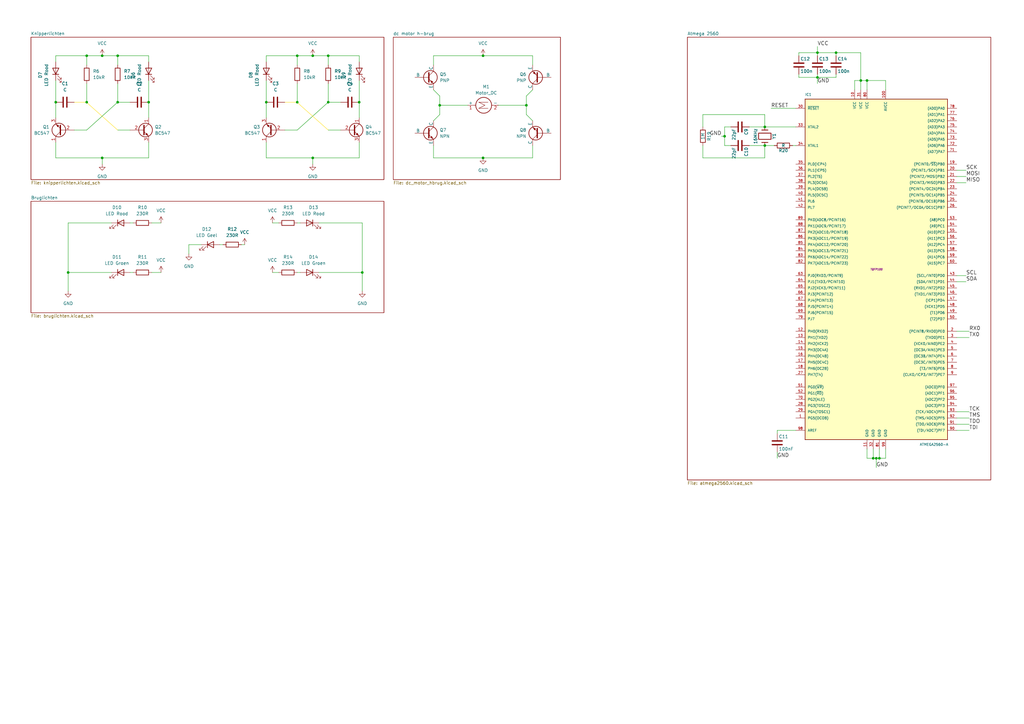
<source format=kicad_sch>
(kicad_sch (version 20230121) (generator eeschema)
  (paper "A3")
  (lib_symbols
    (symbol "Device:C" (pin_numbers hide) (pin_names (offset 0.254))
      (property "Reference" "C" (at 0.635 2.54 0))
      (property "Value" "C" (at 0.635 -2.54 0))
      (symbol "C_0_1"
        (polyline (pts (xy -2.032 -0.762) (xy 2.032 -0.762)) (stroke (width 0.508)))
        (polyline (pts (xy -2.032 0.762) (xy 2.032 0.762)) (stroke (width 0.508)))
      )
      (symbol "C_1_1"
        (pin passive line (at 0 3.81 270) (length 2.794) (name "~") (number "1"))
        (pin passive line (at 0 -3.81 90) (length 2.794) (name "~") (number "2"))
      )
    )
    (symbol "Device:LED" (pin_numbers hide) (pin_names (offset 1.016) hide)
      (property "Reference" "D" (at 0 2.54 0))
      (property "Value" "LED" (at 0 -2.54 0))
      (symbol "LED_0_1"
        (polyline (pts (xy -1.27 -1.27) (xy -1.27 1.27)) (stroke (width 0.254)))
        (polyline (pts (xy -1.27 0) (xy 1.27 0)))
        (polyline (pts (xy 1.27 -1.27) (xy 1.27 1.27) (xy -1.27 0) (xy 1.27 -1.27)) (stroke (width 0.254)))
        (polyline (pts (xy -3.048 -0.762) (xy -4.572 -2.286) (xy -3.81 -2.286) (xy -4.572 -2.286) (xy -4.572 -1.524)))
        (polyline (pts (xy -1.778 -0.762) (xy -3.302 -2.286) (xy -2.54 -2.286) (xy -3.302 -2.286) (xy -3.302 -1.524)))
      )
      (symbol "LED_1_1"
        (pin passive line (at -3.81 0 0) (length 2.54) (name "K") (number "1"))
        (pin passive line (at 3.81 0 180) (length 2.54) (name "A") (number "2"))
      )
    )
    (symbol "Device:R" (pin_numbers hide) (pin_names (offset 0))
      (property "Reference" "R" (at 2.032 0 90))
      (property "Value" "R" (at 0 0 90))
      (symbol "R_0_1"
        (rectangle (start -1.016 -2.54) (end 1.016 2.54) (stroke (width 0.254)))
      )
      (symbol "R_1_1"
        (pin passive line (at 0 3.81 270) (length 1.27) (name "~") (number "1"))
        (pin passive line (at 0 -3.81 90) (length 1.27) (name "~") (number "2"))
      )
    )
    (symbol "Motor:Motor_DC" (pin_names (offset 0))
      (property "Reference" "M" (at 2.54 2.54 0))
      (property "Value" "Motor_DC" (at 2.54 -5.08 0))
      (symbol "Motor_DC_0_0"
        (polyline (pts (xy -1.27 -3.302) (xy -1.27 0.508) (xy 0 -2.032) (xy 1.27 0.508) (xy 1.27 -3.302)))
      )
      (symbol "Motor_DC_0_1"
        (circle (center 0 -1.524) (radius 3.2512) (stroke (width 0.254)))
        (polyline (pts (xy 0 -7.62) (xy 0 -7.112)))
        (polyline (pts (xy 0 -4.7752) (xy 0 -5.1816)))
        (polyline (pts (xy 0 1.7272) (xy 0 2.0828)))
        (polyline (pts (xy 0 2.032) (xy 0 2.54)))
      )
      (symbol "Motor_DC_1_1"
        (pin passive line (at 0 5.08 270) (length 2.54) (name "+") (number "1"))
        (pin passive line (at 0 -7.62 90) (length 2.54) (name "-") (number "2"))
      )
    )
    (symbol "Simulation_SPICE:NPN" (pin_numbers hide) (pin_names (offset 0))
      (property "Reference" "Q" (at -2.54 7.62 0))
      (property "Value" "NPN" (at -2.54 5.08 0))
      (symbol "NPN_0_1"
        (polyline (pts (xy -2.54 0) (xy 0.635 0)) (stroke (width 0.1524)))
        (polyline (pts (xy 0.635 0.635) (xy 2.54 2.54)))
        (polyline (pts (xy 2.794 -1.27) (xy 2.794 -1.27)) (stroke (width 0.1524)))
        (polyline (pts (xy 2.794 -1.27) (xy 2.794 -1.27)) (stroke (width 0.1524)))
        (polyline (pts (xy 0.635 -0.635) (xy 2.54 -2.54) (xy 2.54 -2.54)))
        (polyline (pts (xy 0.635 1.905) (xy 0.635 -1.905) (xy 0.635 -1.905)) (stroke (width 0.508)))
        (polyline (pts (xy 1.27 -1.778) (xy 1.778 -1.27) (xy 2.286 -2.286) (xy 1.27 -1.778) (xy 1.27 -1.778)) (fill (type outline)))
        (circle (center 1.27 0) (radius 2.8194) (stroke (width 0.254)))
      )
      (symbol "NPN_1_1"
        (pin open_collector line (at 2.54 5.08 270) (length 2.54) (name "C") (number "1"))
        (pin input line (at -5.08 0 0) (length 2.54) (name "B") (number "2"))
        (pin open_emitter line (at 2.54 -5.08 90) (length 2.54) (name "E") (number "3"))
      )
    )
    (symbol "Simulation_SPICE:PNP" (pin_numbers hide) (pin_names (offset 0))
      (property "Reference" "Q" (at -2.54 7.62 0))
      (property "Value" "PNP" (at -2.54 5.08 0))
      (symbol "PNP_0_1"
        (polyline (pts (xy -2.54 0) (xy 0.635 0)) (stroke (width 0.1524)))
        (polyline (pts (xy 0.635 0.635) (xy 2.54 2.54)))
        (polyline (pts (xy 0.635 -0.635) (xy 2.54 -2.54) (xy 2.54 -2.54)))
        (polyline (pts (xy 0.635 1.905) (xy 0.635 -1.905) (xy 0.635 -1.905)) (stroke (width 0.508)))
        (polyline (pts (xy 2.286 -1.778) (xy 1.778 -2.286) (xy 1.27 -1.27) (xy 2.286 -1.778) (xy 2.286 -1.778)) (fill (type outline)))
        (circle (center 1.27 0) (radius 2.8194) (stroke (width 0.254)))
      )
      (symbol "PNP_1_1"
        (pin open_collector line (at 2.54 5.08 270) (length 2.54) (name "C") (number "1"))
        (pin input line (at -5.08 0 0) (length 2.54) (name "B") (number "2"))
        (pin open_emitter line (at 2.54 -5.08 90) (length 2.54) (name "E") (number "3"))
      )
    )
    (symbol "Transistor_BJT:BC547" (pin_names (offset 0) hide)
      (property "Reference" "Q" (at 5.08 1.905 0))
      (property "Value" "BC547" (at 5.08 0 0))
      (symbol "BC547_0_1"
        (polyline (pts (xy 0 0) (xy 0.635 0)))
        (polyline (pts (xy 0.635 0.635) (xy 2.54 2.54)))
        (polyline (pts (xy 0.635 -0.635) (xy 2.54 -2.54) (xy 2.54 -2.54)))
        (polyline (pts (xy 0.635 1.905) (xy 0.635 -1.905) (xy 0.635 -1.905)) (stroke (width 0.508)))
        (polyline (pts (xy 1.27 -1.778) (xy 1.778 -1.27) (xy 2.286 -2.286) (xy 1.27 -1.778) (xy 1.27 -1.778)) (fill (type outline)))
        (circle (center 1.27 0) (radius 2.8194) (stroke (width 0.254)))
      )
      (symbol "BC547_1_1"
        (pin passive line (at 2.54 5.08 270) (length 2.54) (name "C") (number "1"))
        (pin input line (at -5.08 0 0) (length 5.08) (name "B") (number "2"))
        (pin passive line (at 2.54 -5.08 90) (length 2.54) (name "E") (number "3"))
      )
    )
    (symbol "core-rescue:ATMEGA2560-A" (pin_names (offset 1.016))
      (property "Reference" "IC" (at -29.21 71.12 0))
      (property "Value" "ATMEGA2560-A" (at 17.78 -72.39 0))
      (property "Footprint" "TQFP100" (at 0 0 0))
      (symbol "ATMEGA2560-A_0_1"
        (rectangle (start -29.21 69.85) (end 29.21 -69.85) (stroke (width 0.254)) (fill (type background)))
      )
      (symbol "ATMEGA2560-A_1_1"
        (pin bidirectional line (at -33.02 -60.96 0) (length 3.81) (name "PG5(OCOB)") (number "1"))
        (pin power_in line (at -8.89 73.66 270) (length 3.81) (name "VCC") (number "10"))
        (pin power_in line (at 3.81 73.66 270) (length 3.81) (name "AVCC") (number "100"))
        (pin power_in line (at -3.81 -73.66 90) (length 3.81) (name "GND") (number "11"))
        (pin bidirectional line (at -33.02 -25.4 0) (length 3.81) (name "PH0(RXD2)") (number "12"))
        (pin bidirectional line (at -33.02 -27.94 0) (length 3.81) (name "PH1(TXD2)") (number "13"))
        (pin bidirectional line (at -33.02 -30.48 0) (length 3.81) (name "PH2(XCK2)") (number "14"))
        (pin bidirectional line (at -33.02 -33.02 0) (length 3.81) (name "PH3(OC4A)") (number "15"))
        (pin bidirectional line (at -33.02 -35.56 0) (length 3.81) (name "PH4(OC4B)") (number "16"))
        (pin bidirectional line (at -33.02 -38.1 0) (length 3.81) (name "PH5(OC4C)") (number "17"))
        (pin bidirectional line (at -33.02 -40.64 0) (length 3.81) (name "PH6(OC2B)") (number "18"))
        (pin bidirectional line (at 33.02 43.18 180) (length 3.81) (name "(PCINT0/~{SS})PB0") (number "19"))
        (pin bidirectional line (at 33.02 -25.4 180) (length 3.81) (name "(PCINT8/RXD0)PE0") (number "2"))
        (pin bidirectional line (at 33.02 40.64 180) (length 3.81) (name "(PCINT1/SCK)PB1") (number "20"))
        (pin bidirectional line (at 33.02 38.1 180) (length 3.81) (name "(PCINT2/MOSI)PB2") (number "21"))
        (pin bidirectional line (at 33.02 35.56 180) (length 3.81) (name "(PCINT3/MISO)PB3") (number "22"))
        (pin bidirectional line (at 33.02 33.02 180) (length 3.81) (name "(PCINT4/OC2A)PB4") (number "23"))
        (pin bidirectional line (at 33.02 30.48 180) (length 3.81) (name "(PCINT5/OC1A)PB5") (number "24"))
        (pin bidirectional line (at 33.02 27.94 180) (length 3.81) (name "(PCINT6/OC1B)PB6") (number "25"))
        (pin bidirectional line (at 33.02 25.4 180) (length 3.81) (name "(PCINT7/OC0A/OC1C)PB7") (number "26"))
        (pin bidirectional line (at -33.02 -43.18 0) (length 3.81) (name "PH7(T4)") (number "27"))
        (pin bidirectional line (at -33.02 -55.88 0) (length 3.81) (name "PG3(TOSC2)") (number "28"))
        (pin bidirectional line (at -33.02 -58.42 0) (length 3.81) (name "PG4(TOSC1)") (number "29"))
        (pin bidirectional line (at 33.02 -27.94 180) (length 3.81) (name "(TXD0)PE1") (number "3"))
        (pin input line (at -33.02 66.04 0) (length 3.81) (name "~{RESET}") (number "30"))
        (pin power_in line (at -6.35 73.66 270) (length 3.81) (name "VCC") (number "31"))
        (pin power_in line (at -1.27 -73.66 90) (length 3.81) (name "GND") (number "32"))
        (pin bidirectional line (at -33.02 58.42 0) (length 3.81) (name "XTAL2") (number "33"))
        (pin bidirectional line (at -33.02 50.8 0) (length 3.81) (name "XTAL1") (number "34"))
        (pin bidirectional line (at -33.02 43.18 0) (length 3.81) (name "PL0(ICP4)") (number "35"))
        (pin bidirectional line (at -33.02 40.64 0) (length 3.81) (name "PL1(ICP5)") (number "36"))
        (pin bidirectional line (at -33.02 38.1 0) (length 3.81) (name "PL2(T5)") (number "37"))
        (pin bidirectional line (at -33.02 35.56 0) (length 3.81) (name "PL3(OC5A)") (number "38"))
        (pin bidirectional line (at -33.02 33.02 0) (length 3.81) (name "PL4(OC5B)") (number "39"))
        (pin bidirectional line (at 33.02 -30.48 180) (length 3.81) (name "(XCK0/AIN0)PE2") (number "4"))
        (pin bidirectional line (at -33.02 30.48 0) (length 3.81) (name "PL5(OC5C)") (number "40"))
        (pin bidirectional line (at -33.02 27.94 0) (length 3.81) (name "PL6") (number "41"))
        (pin bidirectional line (at -33.02 25.4 0) (length 3.81) (name "PL7") (number "42"))
        (pin bidirectional line (at 33.02 -2.54 180) (length 3.81) (name "(SCL/INT0)PD0") (number "43"))
        (pin bidirectional line (at 33.02 -5.08 180) (length 3.81) (name "(SDA/INT1)PD1") (number "44"))
        (pin bidirectional line (at 33.02 -7.62 180) (length 3.81) (name "(RXD1/INT2)PD2") (number "45"))
        (pin bidirectional line (at 33.02 -10.16 180) (length 3.81) (name "(TXD1/INT3)PD3") (number "46"))
        (pin bidirectional line (at 33.02 -12.7 180) (length 3.81) (name "(ICP1)PD4") (number "47"))
        (pin bidirectional line (at 33.02 -15.24 180) (length 3.81) (name "(XCK1)PD5") (number "48"))
        (pin bidirectional line (at 33.02 -17.78 180) (length 3.81) (name "(T1)PD6") (number "49"))
        (pin bidirectional line (at 33.02 -33.02 180) (length 3.81) (name "(OC3A/AIN1)PE3") (number "5"))
        (pin bidirectional line (at 33.02 -20.32 180) (length 3.81) (name "(T2)PD7") (number "50"))
        (pin bidirectional line (at -33.02 -48.26 0) (length 3.81) (name "PG0(~{WR})") (number "51"))
        (pin bidirectional line (at -33.02 -50.8 0) (length 3.81) (name "PG1(~{RD})") (number "52"))
        (pin output line (at 33.02 20.32 180) (length 3.81) (name "(A8)PC0") (number "53"))
        (pin output line (at 33.02 17.78 180) (length 3.81) (name "(A9)PC1") (number "54"))
        (pin output line (at 33.02 15.24 180) (length 3.81) (name "(A10)PC2") (number "55"))
        (pin output line (at 33.02 12.7 180) (length 3.81) (name "(A11)PC3") (number "56"))
        (pin output line (at 33.02 10.16 180) (length 3.81) (name "(A12)PC4") (number "57"))
        (pin output line (at 33.02 7.62 180) (length 3.81) (name "(A13)PC5") (number "58"))
        (pin output line (at 33.02 5.08 180) (length 3.81) (name "(A14)PC6") (number "59"))
        (pin bidirectional line (at 33.02 -35.56 180) (length 3.81) (name "(OC3B/INT4)PE4") (number "6"))
        (pin output line (at 33.02 2.54 180) (length 3.81) (name "(A15)PC7") (number "60"))
        (pin bidirectional line (at -33.02 -2.54 0) (length 3.81) (name "PJ0(RXD3/PCINT9)") (number "63"))
        (pin bidirectional line (at -33.02 -5.08 0) (length 3.81) (name "PJ1(TXD3/PCINT10)") (number "64"))
        (pin bidirectional line (at -33.02 -7.62 0) (length 3.81) (name "PJ2(XCK3/PCINT11)") (number "65"))
        (pin bidirectional line (at -33.02 -10.16 0) (length 3.81) (name "PJ3(PCINT12)") (number "66"))
        (pin bidirectional line (at -33.02 -12.7 0) (length 3.81) (name "PJ4(PCINT13)") (number "67"))
        (pin bidirectional line (at -33.02 -15.24 0) (length 3.81) (name "PJ5(PCINT14)") (number "68"))
        (pin bidirectional line (at -33.02 -17.78 0) (length 3.81) (name "PJ6(PCINT15)") (number "69"))
        (pin bidirectional line (at 33.02 -38.1 180) (length 3.81) (name "(OC3C/INT5)PE5") (number "7"))
        (pin bidirectional line (at -33.02 -53.34 0) (length 3.81) (name "PG2(ALE)") (number "70"))
        (pin bidirectional line (at 33.02 48.26 180) (length 3.81) (name "(AD7)PA7") (number "71"))
        (pin bidirectional line (at 33.02 50.8 180) (length 3.81) (name "(AD6)PA6") (number "72"))
        (pin bidirectional line (at 33.02 53.34 180) (length 3.81) (name "(AD5)PA5") (number "73"))
        (pin bidirectional line (at 33.02 55.88 180) (length 3.81) (name "(AD4)PA4") (number "74"))
        (pin bidirectional line (at 33.02 58.42 180) (length 3.81) (name "(AD3)PA3") (number "75"))
        (pin bidirectional line (at 33.02 60.96 180) (length 3.81) (name "(AD2)PA2") (number "76"))
        (pin bidirectional line (at 33.02 63.5 180) (length 3.81) (name "(AD1)PA1") (number "77"))
        (pin bidirectional line (at 33.02 66.04 180) (length 3.81) (name "(AD0)PA0") (number "78"))
        (pin bidirectional line (at -33.02 -20.32 0) (length 3.81) (name "PJ7") (number "79"))
        (pin bidirectional line (at 33.02 -40.64 180) (length 3.81) (name "(T3/INT6)PE6") (number "8"))
        (pin power_in line (at -3.81 73.66 270) (length 3.81) (name "VCC") (number "80"))
        (pin power_in line (at 1.27 -73.66 90) (length 3.81) (name "GND") (number "81"))
        (pin bidirectional line (at -33.02 2.54 0) (length 3.81) (name "PK7(ADC15/PCINT23)") (number "82"))
        (pin bidirectional line (at -33.02 5.08 0) (length 3.81) (name "PK6(ADC14/PCINT22)") (number "83"))
        (pin bidirectional line (at -33.02 7.62 0) (length 3.81) (name "PK5(ADC13/PCINT21)") (number "84"))
        (pin bidirectional line (at -33.02 10.16 0) (length 3.81) (name "PK4(ADC12/PCINT20)") (number "85"))
        (pin bidirectional line (at -33.02 12.7 0) (length 3.81) (name "PK3(ADC11/PCINT19)") (number "86"))
        (pin bidirectional line (at -33.02 15.24 0) (length 3.81) (name "PK2(ADC10/PCINT18)") (number "87"))
        (pin bidirectional line (at -33.02 17.78 0) (length 3.81) (name "PK1(ADC9/PCINT17)") (number "88"))
        (pin bidirectional line (at -33.02 20.32 0) (length 3.81) (name "PK0(ADC8/PCINT16)") (number "89"))
        (pin bidirectional line (at 33.02 -43.18 180) (length 3.81) (name "(CLKO/ICP3/INT7)PE7") (number "9"))
        (pin input line (at 33.02 -66.04 180) (length 3.81) (name "(TDI/ADC7)PF7") (number "90"))
        (pin input line (at 33.02 -63.5 180) (length 3.81) (name "(TD0/ADC6)PF6") (number "91"))
        (pin input line (at 33.02 -60.96 180) (length 3.81) (name "(TMS/ADC5)PF5") (number "92"))
        (pin input line (at 33.02 -58.42 180) (length 3.81) (name "(TCK/ADC4)PF4") (number "93"))
        (pin input line (at 33.02 -55.88 180) (length 3.81) (name "(ADC3)PF3") (number "94"))
        (pin input line (at 33.02 -53.34 180) (length 3.81) (name "(ADC2)PF2") (number "95"))
        (pin input line (at 33.02 -50.8 180) (length 3.81) (name "(ADC1)PF1") (number "96"))
        (pin input line (at 33.02 -48.26 180) (length 3.81) (name "(ADC0)PF0") (number "97"))
        (pin bidirectional line (at -33.02 -66.04 0) (length 3.81) (name "AREF") (number "98"))
        (pin power_in line (at 3.81 -73.66 90) (length 3.81) (name "GND") (number "99"))
      )
    )
    (symbol "core-rescue:C" (pin_numbers hide) (pin_names (offset 0.254))
      (property "Reference" "C" (at 0.635 2.54 0))
      (property "Value" "C" (at 0.635 -2.54 0))
      (symbol "C_0_1"
        (polyline (pts (xy -2.032 -0.762) (xy 2.032 -0.762)) (stroke (width 0.508)))
        (polyline (pts (xy -2.032 0.762) (xy 2.032 0.762)) (stroke (width 0.508)))
      )
      (symbol "C_1_1"
        (pin passive line (at 0 3.81 270) (length 2.794) (name "~") (number "1"))
        (pin passive line (at 0 -3.81 90) (length 2.794) (name "~") (number "2"))
      )
    )
    (symbol "core-rescue:Crystal" (pin_numbers hide) (pin_names (offset 1.016) hide)
      (property "Reference" "Y" (at 0 3.81 0))
      (property "Value" "Crystal" (at 0 -3.81 0))
      (symbol "Crystal_0_1"
        (rectangle (start -1.27 2.54) (end 1.27 -2.54) (stroke (width 0.3048)))
        (polyline (pts (xy -2.54 -1.27) (xy -2.54 1.27)) (stroke (width 0.3048)))
        (polyline (pts (xy 2.54 -1.27) (xy 2.54 1.27)) (stroke (width 0.3048)))
      )
      (symbol "Crystal_1_1"
        (pin passive line (at -3.81 0 0) (length 1.27) (name "1") (number "1"))
        (pin passive line (at 3.81 0 180) (length 1.27) (name "2") (number "2"))
      )
    )
    (symbol "core-rescue:R" (pin_numbers hide) (pin_names (offset 0))
      (property "Reference" "R" (at 2.032 0 90))
      (property "Value" "R" (at 0 0 90))
      (symbol "R_0_1"
        (rectangle (start -1.016 -2.54) (end 1.016 2.54) (stroke (width 0.254)))
      )
      (symbol "R_1_1"
        (pin passive line (at 0 3.81 270) (length 1.27) (name "~") (number "1"))
        (pin passive line (at 0 -3.81 90) (length 1.27) (name "~") (number "2"))
      )
    )
    (symbol "power:GND" (power) (pin_names (offset 0))
      (property "Value" "GND" (at 0 -3.81 0))
      (symbol "GND_0_1"
        (polyline (pts (xy 0 0) (xy 0 -1.27) (xy 1.27 -1.27) (xy 0 -2.54) (xy -1.27 -1.27) (xy 0 -1.27)))
      )
      (symbol "GND_1_1"
        (pin power_in line (at 0 0 270) (length 0) hide (name "GND") (number "1"))
      )
    )
    (symbol "power:VCC" (power) (pin_names (offset 0))
      (property "Value" "VCC" (at 0 3.81 0))
      (symbol "VCC_0_1"
        (polyline (pts (xy -0.762 1.27) (xy 0 2.54)))
        (polyline (pts (xy 0 0) (xy 0 2.54)))
        (polyline (pts (xy 0 2.54) (xy 0.762 1.27)))
      )
      (symbol "VCC_1_1"
        (pin power_in line (at 0 0 90) (length 0) hide (name "VCC") (number "1"))
      )
    )
  )
  (junction (at 48.26 41.91))
  (junction (at 35.56 41.91))
  (junction (at 342.9 21.59))
  (junction (at 359.41 187.96))
  (junction (at 41.91 64.77))
  (junction (at 198.12 22.86))
  (junction (at 22.86 41.91))
  (junction (at 41.91 22.86))
  (junction (at 335.28 31.75))
  (junction (at 27.94 111.76))
  (junction (at 121.92 41.91))
  (junction (at 358.14 187.96))
  (junction (at 134.62 22.86))
  (junction (at 313.69 52.07))
  (junction (at 48.26 22.86))
  (junction (at 355.6 33.02))
  (junction (at 128.27 22.86))
  (junction (at 35.56 22.86))
  (junction (at 180.34 43.18))
  (junction (at 128.27 64.77))
  (junction (at 215.9 43.18))
  (junction (at 313.69 59.69))
  (junction (at 335.28 21.59))
  (junction (at 109.22 41.91))
  (junction (at 148.59 111.76))
  (junction (at 360.68 187.96))
  (junction (at 121.92 22.86))
  (junction (at 134.62 41.91))
  (junction (at 60.96 41.91))
  (junction (at 198.12 64.77))
  (junction (at 297.18 55.88))
  (junction (at 353.06 33.02))
  (junction (at 147.32 41.91))
  (wire (pts (xy 177.8 22.86) (xy 198.12 22.86)))
  (wire (pts (xy 109.22 25.4) (xy 109.22 22.86)))
  (wire (pts (xy 307.34 59.69) (xy 313.69 59.69)))
  (wire (pts (xy 148.59 111.76) (xy 148.59 119.38)))
  (wire (pts (xy 297.18 55.88) (xy 297.18 59.69)))
  (wire (pts (xy 22.86 41.91) (xy 22.86 48.26)))
  (wire (pts (xy 392.43 113.03) (xy 396.24 113.03)))
  (wire (pts (xy 60.96 22.86) (xy 48.26 22.86)))
  (wire (pts (xy 215.9 46.99) (xy 215.9 43.18)))
  (wire (pts (xy 342.9 21.59) (xy 353.06 21.59)))
  (wire (pts (xy 22.86 22.86) (xy 35.56 22.86)))
  (wire (pts (xy 353.06 21.59) (xy 353.06 33.02)))
  (wire (pts (xy 215.9 43.18) (xy 215.9 39.37)))
  (wire (pts (xy 109.22 22.86) (xy 121.92 22.86)))
  (wire (pts (xy 148.59 91.44) (xy 148.59 111.76)))
  (wire (pts (xy 288.29 46.99) (xy 313.69 46.99)))
  (wire (pts (xy 327.66 22.86) (xy 327.66 21.59)))
  (wire (pts (xy 350.52 36.83) (xy 350.52 33.02)))
  (wire (pts (xy 326.39 176.53) (xy 318.77 176.53)))
  (wire (pts (xy 335.28 31.75) (xy 342.9 31.75)))
  (wire (pts (xy 360.68 187.96) (xy 363.22 187.96)))
  (wire (pts (xy 180.34 39.37) (xy 177.8 36.83)))
  (wire (pts (xy 48.26 22.86) (xy 41.91 22.86)))
  (wire (pts (xy 318.77 185.42) (xy 318.77 187.96)))
  (wire (pts (xy 45.72 111.76) (xy 27.94 111.76)))
  (wire (pts (xy 353.06 33.02) (xy 355.6 33.02)))
  (wire (pts (xy 53.34 111.76) (xy 54.61 111.76)))
  (wire (pts (xy 35.56 41.91) (xy 36.83 43.18)) (stroke (width 0) (color 255 221 4 1)))
  (wire (pts (xy 60.96 25.4) (xy 60.96 22.86)))
  (wire (pts (xy 313.69 52.07) (xy 326.39 52.07)))
  (wire (pts (xy 27.94 91.44) (xy 27.94 111.76)))
  (wire (pts (xy 130.81 91.44) (xy 148.59 91.44)))
  (wire (pts (xy 109.22 64.77) (xy 128.27 64.77)))
  (wire (pts (xy 288.29 59.69) (xy 288.29 64.77)))
  (wire (pts (xy 121.92 34.29) (xy 121.92 41.91)))
  (wire (pts (xy 313.69 46.99) (xy 313.69 52.07)))
  (wire (pts (xy 48.26 22.86) (xy 48.26 26.67)))
  (wire (pts (xy 288.29 64.77) (xy 313.69 64.77)))
  (wire (pts (xy 327.66 30.48) (xy 327.66 31.75)))
  (wire (pts (xy 121.92 41.91) (xy 123.19 43.18)) (stroke (width 0) (color 255 221 4 1)))
  (wire (pts (xy 123.19 91.44) (xy 121.92 91.44)))
  (wire (pts (xy 350.52 33.02) (xy 353.06 33.02)))
  (wire (pts (xy 297.18 59.69) (xy 299.72 59.69)))
  (wire (pts (xy 147.32 33.02) (xy 147.32 41.91)))
  (wire (pts (xy 180.34 39.37) (xy 180.34 43.18)))
  (wire (pts (xy 134.62 22.86) (xy 128.27 22.86)))
  (wire (pts (xy 22.86 25.4) (xy 22.86 22.86)))
  (wire (pts (xy 128.27 64.77) (xy 128.27 67.31)))
  (wire (pts (xy 392.43 168.91) (xy 397.51 168.91)))
  (wire (pts (xy 215.9 43.18) (xy 204.47 43.18)))
  (wire (pts (xy 45.72 91.44) (xy 27.94 91.44)))
  (wire (pts (xy 77.47 100.33) (xy 77.47 104.14)))
  (wire (pts (xy 177.8 49.53) (xy 180.34 46.99)))
  (wire (pts (xy 177.8 59.69) (xy 177.8 64.77)))
  (wire (pts (xy 342.9 31.75) (xy 342.9 30.48)))
  (wire (pts (xy 342.9 21.59) (xy 342.9 22.86)))
  (wire (pts (xy 82.55 100.33) (xy 77.47 100.33)))
  (wire (pts (xy 218.44 64.77) (xy 198.12 64.77)))
  (wire (pts (xy 359.41 187.96) (xy 360.68 187.96)))
  (wire (pts (xy 198.12 22.86) (xy 218.44 22.86)))
  (wire (pts (xy 30.48 53.34) (xy 35.56 53.34)))
  (wire (pts (xy 326.39 44.45) (xy 316.23 44.45)))
  (wire (pts (xy 335.28 21.59) (xy 342.9 21.59)))
  (wire (pts (xy 318.77 176.53) (xy 318.77 177.8)))
  (wire (pts (xy 355.6 184.15) (xy 355.6 187.96)))
  (wire (pts (xy 134.62 41.91) (xy 139.7 41.91)))
  (wire (pts (xy 27.94 111.76) (xy 27.94 119.38)))
  (wire (pts (xy 41.91 64.77) (xy 41.91 67.31)))
  (wire (pts (xy 22.86 33.02) (xy 22.86 41.91)))
  (wire (pts (xy 60.96 33.02) (xy 60.96 41.91)))
  (wire (pts (xy 60.96 58.42) (xy 60.96 64.77)))
  (wire (pts (xy 355.6 33.02) (xy 363.22 33.02)))
  (wire (pts (xy 66.04 91.44) (xy 62.23 91.44)))
  (wire (pts (xy 53.34 91.44) (xy 54.61 91.44)))
  (wire (pts (xy 111.76 111.76) (xy 114.3 111.76)))
  (wire (pts (xy 218.44 59.69) (xy 218.44 64.77)))
  (wire (pts (xy 147.32 58.42) (xy 147.32 64.77)))
  (wire (pts (xy 128.27 22.86) (xy 121.92 22.86)))
  (wire (pts (xy 359.41 187.96) (xy 359.41 191.77)))
  (wire (pts (xy 30.48 41.91) (xy 35.56 41.91)) (stroke (width 0) (color 255 221 4 1)))
  (wire (pts (xy 355.6 187.96) (xy 358.14 187.96)))
  (wire (pts (xy 363.22 187.96) (xy 363.22 184.15)))
  (wire (pts (xy 392.43 69.85) (xy 396.24 69.85)))
  (wire (pts (xy 392.43 138.43) (xy 397.51 138.43)))
  (wire (pts (xy 177.8 64.77) (xy 198.12 64.77)))
  (wire (pts (xy 48.26 53.34) (xy 53.34 53.34)))
  (wire (pts (xy 147.32 64.77) (xy 128.27 64.77)))
  (wire (pts (xy 297.18 55.88) (xy 295.91 55.88)))
  (wire (pts (xy 134.62 22.86) (xy 134.62 26.67)))
  (wire (pts (xy 41.91 22.86) (xy 35.56 22.86)))
  (wire (pts (xy 355.6 33.02) (xy 355.6 36.83)))
  (wire (pts (xy 313.69 59.69) (xy 317.5 59.69)))
  (wire (pts (xy 22.86 64.77) (xy 41.91 64.77)))
  (wire (pts (xy 147.32 48.26) (xy 147.32 41.91)))
  (wire (pts (xy 313.69 64.77) (xy 313.69 59.69)))
  (wire (pts (xy 100.33 100.33) (xy 99.06 100.33)))
  (wire (pts (xy 177.8 26.67) (xy 177.8 22.86)))
  (wire (pts (xy 335.28 30.48) (xy 335.28 31.75)))
  (wire (pts (xy 109.22 41.91) (xy 109.22 48.26)))
  (wire (pts (xy 60.96 48.26) (xy 60.96 41.91)))
  (wire (pts (xy 66.04 111.76) (xy 62.23 111.76)))
  (wire (pts (xy 60.96 64.77) (xy 41.91 64.77)))
  (wire (pts (xy 35.56 34.29) (xy 35.56 41.91)))
  (wire (pts (xy 134.62 34.29) (xy 134.62 41.91)))
  (wire (pts (xy 392.43 171.45) (xy 397.51 171.45)))
  (wire (pts (xy 134.62 53.34) (xy 139.7 53.34)))
  (wire (pts (xy 48.26 34.29) (xy 48.26 41.91)))
  (wire (pts (xy 109.22 33.02) (xy 109.22 41.91)))
  (wire (pts (xy 22.86 58.42) (xy 22.86 64.77)))
  (wire (pts (xy 392.43 176.53) (xy 397.51 176.53)))
  (wire (pts (xy 288.29 52.07) (xy 288.29 46.99)))
  (wire (pts (xy 392.43 74.93) (xy 396.24 74.93)))
  (wire (pts (xy 109.22 58.42) (xy 109.22 64.77)))
  (wire (pts (xy 123.19 43.18) (xy 134.62 53.34)) (stroke (width 0) (color 255 221 4 1)))
  (wire (pts (xy 116.84 53.34) (xy 121.92 53.34)))
  (wire (pts (xy 147.32 22.86) (xy 134.62 22.86)))
  (wire (pts (xy 392.43 135.89) (xy 397.51 135.89)))
  (wire (pts (xy 111.76 91.44) (xy 114.3 91.44)))
  (wire (pts (xy 116.84 41.91) (xy 121.92 41.91)) (stroke (width 0) (color 255 221 4 1)))
  (wire (pts (xy 327.66 21.59) (xy 335.28 21.59)))
  (wire (pts (xy 327.66 31.75) (xy 335.28 31.75)))
  (wire (pts (xy 130.81 111.76) (xy 148.59 111.76)))
  (wire (pts (xy 218.44 36.83) (xy 215.9 39.37)))
  (wire (pts (xy 215.9 46.99) (xy 218.44 49.53)))
  (wire (pts (xy 299.72 52.07) (xy 297.18 52.07)))
  (wire (pts (xy 392.43 173.99) (xy 397.51 173.99)))
  (wire (pts (xy 121.92 53.34) (xy 134.62 41.91)))
  (wire (pts (xy 363.22 33.02) (xy 363.22 36.83)))
  (wire (pts (xy 307.34 52.07) (xy 313.69 52.07)))
  (wire (pts (xy 90.17 100.33) (xy 91.44 100.33)))
  (wire (pts (xy 121.92 22.86) (xy 121.92 26.67)))
  (wire (pts (xy 360.68 187.96) (xy 360.68 184.15)))
  (wire (pts (xy 36.83 43.18) (xy 48.26 53.34)) (stroke (width 0) (color 255 221 4 1)))
  (wire (pts (xy 297.18 52.07) (xy 297.18 55.88)))
  (wire (pts (xy 353.06 33.02) (xy 353.06 36.83)))
  (wire (pts (xy 392.43 72.39) (xy 396.24 72.39)))
  (wire (pts (xy 335.28 31.75) (xy 335.28 34.29)))
  (wire (pts (xy 35.56 53.34) (xy 48.26 41.91)))
  (wire (pts (xy 358.14 187.96) (xy 358.14 184.15)))
  (wire (pts (xy 123.19 111.76) (xy 121.92 111.76)))
  (wire (pts (xy 335.28 19.05) (xy 335.28 21.59)))
  (wire (pts (xy 335.28 21.59) (xy 335.28 22.86)))
  (wire (pts (xy 35.56 22.86) (xy 35.56 26.67)))
  (wire (pts (xy 48.26 41.91) (xy 53.34 41.91)))
  (wire (pts (xy 180.34 43.18) (xy 191.77 43.18)))
  (wire (pts (xy 358.14 187.96) (xy 359.41 187.96)))
  (wire (pts (xy 180.34 43.18) (xy 180.34 46.99)))
  (wire (pts (xy 392.43 115.57) (xy 396.24 115.57)))
  (wire (pts (xy 325.12 59.69) (xy 326.39 59.69)))
  (wire (pts (xy 147.32 25.4) (xy 147.32 22.86)))
  (wire (pts (xy 218.44 22.86) (xy 218.44 26.67)))
  (rectangle (start 62.23 33.02) (end 62.23 33.02))
  (rectangle (start 148.59 33.02) (end 148.59 33.02))
  (label "GND" (at 335.28 34.29 0) (effects (font (size 1.524 1.524))))
  (label "SDA" (at 396.24 115.57 0) (effects (font (size 1.524 1.524))))
  (label "GND" (at 318.77 187.96 0) (effects (font (size 1.524 1.524))))
  (label "SCK" (at 396.24 69.85 0) (effects (font (size 1.524 1.524))))
  (label "TDI" (at 397.51 176.53 0) (effects (font (size 1.524 1.524))))
  (label "SCL" (at 396.24 113.03 0) (effects (font (size 1.524 1.524))))
  (label "RESET" (at 316.23 44.45 0) (effects (font (size 1.524 1.524))))
  (label "MOSI" (at 396.24 72.39 0) (effects (font (size 1.524 1.524))))
  (label "MISO" (at 396.24 74.93 0) (effects (font (size 1.524 1.524))))
  (label "TX0" (at 397.51 138.43 0) (effects (font (size 1.524 1.524))))
  (label "TMS" (at 397.51 171.45 0) (effects (font (size 1.524 1.524))))
  (label "TDO" (at 397.51 173.99 0) (effects (font (size 1.524 1.524))))
  (label "RX0" (at 397.51 135.89 0) (effects (font (size 1.524 1.524))))
  (label "TCK" (at 397.51 168.91 0) (effects (font (size 1.524 1.524))))
  (label "VCC" (at 335.28 19.05 0) (effects (font (size 1.524 1.524))))
  (label "GND" (at 359.41 191.77 0) (effects (font (size 1.524 1.524))))
  (label "GND" (at 295.91 55.88 180) (effects (font (size 1.524 1.524))))
  (symbol (lib_id "core-rescue:R") (at 321.31 59.69 270) (unit 1)
    (property "Reference" "R20" (at 321.31 61.722 90))
    (property "Value" "R" (at 321.31 59.69 90))
  )
  (symbol (lib_id "Device:LED") (at 127 111.76 0) (mirror y) (unit 1)
    (property "Reference" "D14" (at 128.5875 105.41 0))
    (property "Value" "LED Groen" (at 128.5875 107.95 0))
  )
  (symbol (lib_id "Device:C") (at 57.15 41.91 90) (unit 1)
    (property "Reference" "C2" (at 57.15 34.29 90))
    (property "Value" "C" (at 57.15 36.83 90))
  )
  (symbol (lib_id "power:VCC") (at 198.12 22.86 0) (unit 1)
    (property "Reference" "#PWR013" (effects hide))
    (property "Value" "VCC" (at 198.12 17.78 0))
  )
  (symbol (lib_id "core-rescue:C") (at 342.9 26.67 0) (unit 1)
    (property "Reference" "C14" (at 343.535 24.13 0) (effects (justify left)))
    (property "Value" "100n" (at 343.535 29.21 0) (effects (justify left)))
  )
  (symbol (lib_id "Device:C") (at 143.51 41.91 90) (unit 1)
    (property "Reference" "C4" (at 143.51 34.29 90))
    (property "Value" "C" (at 143.51 36.83 90))
  )
  (symbol (lib_id "Transistor_BJT:BC547") (at 144.78 53.34 0) (unit 1)
    (property "Reference" "Q4" (at 149.86 52.07 0) (effects (justify left)))
    (property "Value" "BC547" (at 149.86 54.61 0) (effects (justify left)))
    (property "Footprint" "Package_TO_SOT_THT:TO-92_Inline" (effects hide))
    (property "Datasheet" "https://www.onsemi.com/pub/Collateral/BC550-D.pdf" (effects hide))
  )
  (symbol (lib_id "power:GND") (at 27.94 119.38 0) (unit 1)
    (property "Reference" "#PWR015" (effects hide))
    (property "Value" "GND" (at 27.94 124.46 0))
  )
  (symbol (lib_id "core-rescue:C") (at 303.53 52.07 270) (unit 1)
    (property "Reference" "C9" (at 306.07 52.705 0) (effects (justify left)))
    (property "Value" "22pF" (at 300.99 52.705 0) (effects (justify left)))
  )
  (symbol (lib_id "Device:LED") (at 49.53 111.76 0) (unit 1)
    (property "Reference" "D11" (at 47.9425 105.41 0))
    (property "Value" "LED Groen" (at 47.9425 107.95 0))
  )
  (symbol (lib_id "core-rescue:C") (at 303.53 59.69 270) (unit 1)
    (property "Reference" "C10" (at 306.07 60.325 0) (effects (justify left)))
    (property "Value" "22pF" (at 300.99 60.325 0) (effects (justify left)))
  )
  (symbol (lib_id "core-rescue:C") (at 335.28 26.67 0) (unit 1)
    (property "Reference" "C13" (at 335.915 24.13 0) (effects (justify left)))
    (property "Value" "100n" (at 335.915 29.21 0) (effects (justify left)))
  )
  (symbol (lib_id "core-rescue:ATMEGA2560-A") (at 359.41 110.49 0) (unit 1)
    (property "Reference" "IC1" (at 330.2 39.37 0) (effects (font (size 1.016 1.016)) (justify left bottom)))
    (property "Value" "ATMEGA2560-A" (at 377.19 182.88 0) (effects (font (size 1.016 1.016)) (justify left bottom)))
    (property "Footprint" "TQFP100" (at 359.41 110.49 0) (effects (font (size 0.762 0.762) italic)))
  )
  (symbol (lib_id "Device:LED") (at 109.22 29.21 90) (unit 1)
    (property "Reference" "D8" (at 102.87 30.7975 0))
    (property "Value" "LED Rood" (at 105.41 30.7975 0))
  )
  (symbol (lib_id "power:GND") (at 148.59 119.38 0) (mirror y) (unit 1)
    (property "Reference" "#PWR022" (effects hide))
    (property "Value" "GND" (at 148.59 124.46 0))
  )
  (symbol (lib_id "power:GND") (at 77.47 104.14 0) (unit 1)
    (property "Reference" "#PWR018" (effects hide))
    (property "Value" "GND" (at 77.47 109.22 0))
  )
  (symbol (lib_id "Device:C") (at 113.03 41.91 90) (unit 1)
    (property "Reference" "C3" (at 113.03 34.29 90))
    (property "Value" "C" (at 113.03 36.83 90))
  )
  (symbol (lib_id "Device:LED") (at 22.86 29.21 90) (unit 1)
    (property "Reference" "D7" (at 16.51 30.7975 0))
    (property "Value" "LED Rood" (at 19.05 30.7975 0))
  )
  (symbol (lib_id "Device:R") (at 118.11 111.76 270) (mirror x) (unit 1)
    (property "Reference" "R14" (at 118.11 105.41 90))
    (property "Value" "230R" (at 118.11 107.95 90))
  )
  (symbol (lib_id "Device:LED") (at 49.53 91.44 0) (unit 1)
    (property "Reference" "D10" (at 47.9425 85.09 0))
    (property "Value" "LED Rood" (at 47.9425 87.63 0))
  )
  (symbol (lib_id "Simulation_SPICE:NPN") (at 175.26 54.61 0) (unit 1)
    (property "Reference" "Q7" (at 180.34 53.34 0) (effects (justify left)))
    (property "Value" "NPN" (at 180.34 55.88 0) (effects (justify left)))
    (property "Sim.Device" "NPN" (effects hide))
    (property "Sim.Type" "GUMMELPOON" (effects hide))
    (property "Sim.Pins" "1=C 2=B 3=E" (effects hide))
  )
  (symbol (lib_id "power:GND") (at 198.12 64.77 0) (unit 1)
    (property "Reference" "#PWR014" (effects hide))
    (property "Value" "GND" (at 198.12 69.85 0))
  )
  (symbol (lib_id "Device:R") (at 95.25 100.33 90) (unit 1)
    (property "Reference" "R12" (at 95.25 93.98 90))
    (property "Value" "230R" (at 95.25 96.52 90))
  )
  (symbol (lib_id "Transistor_BJT:BC547") (at 58.42 53.34 0) (unit 1)
    (property "Reference" "Q2" (at 63.5 52.07 0) (effects (justify left)))
    (property "Value" "BC547" (at 63.5 54.61 0) (effects (justify left)))
    (property "Footprint" "Package_TO_SOT_THT:TO-92_Inline" (effects hide))
    (property "Datasheet" "https://www.onsemi.com/pub/Collateral/BC550-D.pdf" (effects hide))
  )
  (symbol (lib_id "Device:R") (at 48.26 30.48 0) (unit 1)
    (property "Reference" "R7" (at 50.8 29.21 0) (effects (justify left)))
    (property "Value" "10kR" (at 50.8 31.75 0) (effects (justify left)))
  )
  (symbol (lib_id "power:VCC") (at 100.33 100.33 0) (unit 1)
    (property "Reference" "#PWR019" (effects hide))
    (property "Value" "VCC" (at 100.33 95.25 0))
  )
  (symbol (lib_id "Motor:Motor_DC") (at 196.85 43.18 90) (unit 1)
    (property "Reference" "M1" (at 199.39 35.56 90))
    (property "Value" "Motor_DC" (at 199.39 38.1 90))
  )
  (symbol (lib_id "power:GND") (at 128.27 67.31 0) (unit 1)
    (property "Reference" "#PWR04" (effects hide))
    (property "Value" "GND" (at 128.27 72.39 0))
  )
  (symbol (lib_id "power:VCC") (at 111.76 91.44 0) (unit 1)
    (property "Reference" "#PWR020" (effects hide))
    (property "Value" "VCC" (at 111.76 86.36 0))
  )
  (symbol (lib_id "core-rescue:C") (at 318.77 181.61 0) (unit 1)
    (property "Reference" "C11" (at 319.405 179.07 0) (effects (justify left)))
    (property "Value" "100nF" (at 319.405 184.15 0) (effects (justify left)))
  )
  (symbol (lib_id "power:GND") (at 41.91 67.31 0) (unit 1)
    (property "Reference" "#PWR05" (effects hide))
    (property "Value" "GND" (at 41.91 72.39 0))
  )
  (symbol (lib_id "Device:R") (at 134.62 30.48 0) (unit 1)
    (property "Reference" "R9" (at 137.16 29.21 0) (effects (justify left)))
    (property "Value" "10kR" (at 137.16 31.75 0) (effects (justify left)))
  )
  (symbol (lib_id "Device:R") (at 121.92 30.48 180) (unit 1)
    (property "Reference" "R8" (at 124.46 29.21 0) (effects (justify right)))
    (property "Value" "10kR" (at 124.46 31.75 0) (effects (justify right)))
  )
  (symbol (lib_id "power:VCC") (at 66.04 111.76 0) (unit 1)
    (property "Reference" "#PWR017" (effects hide))
    (property "Value" "VCC" (at 66.04 106.68 0))
  )
  (symbol (lib_id "core-rescue:Crystal") (at 313.69 55.88 270) (unit 1)
    (property "Reference" "Y1" (at 317.5 55.88 0))
    (property "Value" "16MHz" (at 309.88 55.88 0))
  )
  (symbol (lib_id "core-rescue:C") (at 327.66 26.67 0) (unit 1)
    (property "Reference" "C12" (at 328.295 24.13 0) (effects (justify left)))
    (property "Value" "100n" (at 328.295 29.21 0) (effects (justify left)))
  )
  (symbol (lib_id "Transistor_BJT:BC547") (at 25.4 53.34 180) (unit 1)
    (property "Reference" "Q1" (at 20.32 52.07 0) (effects (justify left)))
    (property "Value" "BC547" (at 20.32 54.61 0) (effects (justify left)))
    (property "Footprint" "Package_TO_SOT_THT:TO-92_Inline" (effects hide))
    (property "Datasheet" "https://www.onsemi.com/pub/Collateral/BC550-D.pdf" (effects hide))
  )
  (symbol (lib_id "core-rescue:R") (at 288.29 55.88 0) (unit 1)
    (property "Reference" "R19" (at 290.83 55.88 90))
    (property "Value" "1M" (at 288.29 55.88 90))
  )
  (symbol (lib_id "Device:R") (at 118.11 91.44 270) (mirror x) (unit 1)
    (property "Reference" "R13" (at 118.11 85.09 90))
    (property "Value" "230R" (at 118.11 87.63 90))
  )
  (symbol (lib_id "Device:R") (at 58.42 111.76 90) (unit 1)
    (property "Reference" "R11" (at 58.42 105.41 90))
    (property "Value" "230R" (at 58.42 107.95 90))
  )
  (symbol (lib_id "Transistor_BJT:BC547") (at 111.76 53.34 180) (unit 1)
    (property "Reference" "Q3" (at 106.68 52.07 0) (effects (justify left)))
    (property "Value" "BC547" (at 106.68 54.61 0) (effects (justify left)))
    (property "Footprint" "Package_TO_SOT_THT:TO-92_Inline" (effects hide))
    (property "Datasheet" "https://www.onsemi.com/pub/Collateral/BC550-D.pdf" (effects hide))
  )
  (symbol (lib_id "power:VCC") (at 128.27 22.86 0) (unit 1)
    (property "Reference" "#PWR07" (effects hide))
    (property "Value" "VCC" (at 128.27 17.78 0))
  )
  (symbol (lib_id "power:VCC") (at 41.91 22.86 0) (unit 1)
    (property "Reference" "#PWR06" (effects hide))
    (property "Value" "VCC" (at 41.91 17.78 0))
  )
  (symbol (lib_id "Simulation_SPICE:NPN") (at 220.98 54.61 180) (unit 1)
    (property "Reference" "Q8" (at 215.9 53.34 0) (effects (justify left)))
    (property "Value" "NPN" (at 215.9 55.88 0) (effects (justify left)))
    (property "Sim.Device" "NPN" (effects hide))
    (property "Sim.Type" "GUMMELPOON" (effects hide))
    (property "Sim.Pins" "1=C 2=B 3=E" (effects hide))
  )
  (symbol (lib_id "Simulation_SPICE:PNP") (at 220.98 31.75 180) (unit 1)
    (property "Reference" "Q6" (at 215.9 30.48 0) (effects (justify left)))
    (property "Value" "PNP" (at 215.9 33.02 0) (effects (justify left)))
    (property "Sim.Device" "PNP" (effects hide))
    (property "Sim.Type" "GUMMELPOON" (effects hide))
    (property "Sim.Pins" "1=C 2=B 3=E" (effects hide))
  )
  (symbol (lib_id "Simulation_SPICE:PNP") (at 175.26 31.75 0) (unit 1)
    (property "Reference" "Q5" (at 180.34 30.48 0) (effects (justify left)))
    (property "Value" "PNP" (at 180.34 33.02 0) (effects (justify left)))
    (property "Sim.Device" "PNP" (effects hide))
    (property "Sim.Type" "GUMMELPOON" (effects hide))
    (property "Sim.Pins" "1=C 2=B 3=E" (effects hide))
  )
  (symbol (lib_id "Device:LED") (at 147.32 29.21 90) (unit 1)
    (property "Reference" "D9" (at 140.97 30.7975 0))
    (property "Value" "LED Rood" (at 143.51 30.7975 0))
  )
  (symbol (lib_id "power:VCC") (at 111.76 111.76 0) (unit 1)
    (property "Reference" "#PWR021" (effects hide))
    (property "Value" "VCC" (at 111.76 106.68 0))
  )
  (symbol (lib_id "Device:LED") (at 86.36 100.33 0) (unit 1)
    (property "Reference" "D12" (at 84.7725 93.98 0))
    (property "Value" "LED Geel" (at 84.7725 96.52 0))
  )
  (symbol (lib_id "Device:C") (at 26.67 41.91 90) (unit 1)
    (property "Reference" "C1" (at 26.67 34.29 90))
    (property "Value" "C" (at 26.67 36.83 90))
  )
  (symbol (lib_id "power:VCC") (at 66.04 91.44 0) (unit 1)
    (property "Reference" "#PWR016" (effects hide))
    (property "Value" "VCC" (at 66.04 86.36 0))
  )
  (symbol (lib_id "Device:LED") (at 60.96 29.21 90) (unit 1)
    (property "Reference" "D6" (at 54.61 30.7975 0))
    (property "Value" "LED Rood" (at 57.15 30.7975 0))
  )
  (symbol (lib_id "Device:R") (at 58.42 91.44 90) (unit 1)
    (property "Reference" "R10" (at 58.42 85.09 90))
    (property "Value" "230R" (at 58.42 87.63 90))
  )
  (symbol (lib_id "Device:R") (at 35.56 30.48 180) (unit 1)
    (property "Reference" "R6" (at 38.1 29.21 0) (effects (justify right)))
    (property "Value" "10kR" (at 38.1 31.75 0) (effects (justify right)))
  )
  (symbol (lib_id "Device:LED") (at 127 91.44 0) (mirror y) (unit 1)
    (property "Reference" "D13" (at 128.5875 85.09 0))
    (property "Value" "LED Rood" (at 128.5875 87.63 0))
  )
  (sheet (at 12.7 15.24) (size 144.78 58.42) (stroke (width 0.1524))
    (property "Sheetname" "Knipperlichten" (at 12.7 14.5284 0) (effects (justify left bottom)))
    (property "Sheetfile" "knipperlichten.kicad_sch" (at 12.7 74.2446 0) (effects (justify left top)))
  )
  (sheet (at 161.29 15.24) (size 68.58 58.42) (stroke (width 0.1524))
    (property "Sheetname" "dc motor h-brug" (at 161.29 14.5284 0) (effects (justify left bottom)))
    (property "Sheetfile" "dc_motor_hbrug.kicad_sch" (at 161.29 74.2446 0) (effects (justify left top)))
  )
  (sheet (at 12.7 82.55) (size 144.78 45.72) (stroke (width 0.1524))
    (property "Sheetname" "Bruglichten" (at 12.7 81.8384 0) (effects (justify left bottom)))
    (property "Sheetfile" "bruglichten.kicad_sch" (at 12.7 128.8546 0) (effects (justify left top)))
  )
  (sheet (at 281.94 15.24) (size 124.46 181.61) (stroke (width 0.1524))
    (property "Sheetname" "Atmega 2560" (at 281.94 14.5284 0) (effects (justify left bottom)))
    (property "Sheetfile" "atmega2560.kicad_sch" (at 281.94 197.4346 0) (effects (justify left top)))
  )
)
</source>
